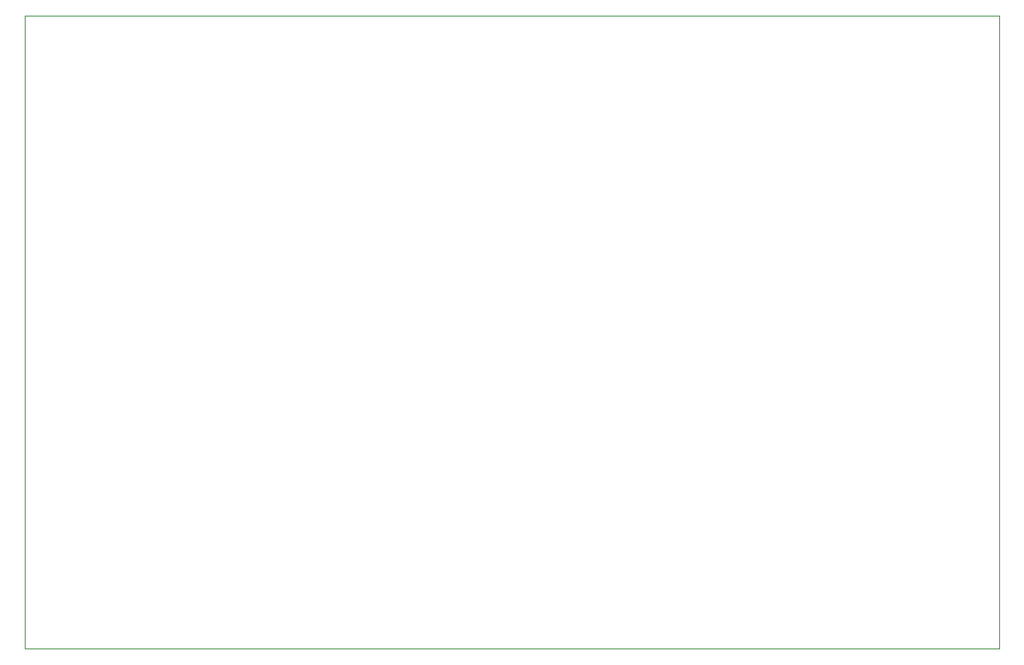
<source format=gbr>
%TF.GenerationSoftware,KiCad,Pcbnew,7.0.2*%
%TF.CreationDate,2023-05-15T21:07:48+08:00*%
%TF.ProjectId,____,5ffb7408-2e6b-4696-9361-645f70636258,rev?*%
%TF.SameCoordinates,Original*%
%TF.FileFunction,Profile,NP*%
%FSLAX46Y46*%
G04 Gerber Fmt 4.6, Leading zero omitted, Abs format (unit mm)*
G04 Created by KiCad (PCBNEW 7.0.2) date 2023-05-15 21:07:48*
%MOMM*%
%LPD*%
G01*
G04 APERTURE LIST*
%TA.AperFunction,Profile*%
%ADD10C,0.100000*%
%TD*%
G04 APERTURE END LIST*
D10*
X36474400Y-32283400D02*
X136387200Y-32283400D01*
X136387200Y-97205800D01*
X36474400Y-97205800D01*
X36474400Y-32283400D01*
M02*

</source>
